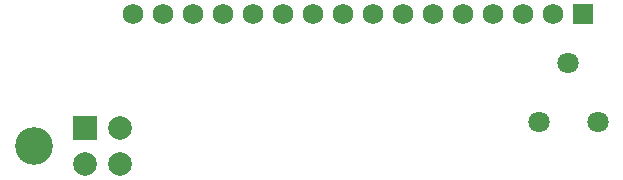
<source format=gbs>
G04 Layer_Color=16711935*
%FSLAX24Y24*%
%MOIN*%
G70*
G01*
G75*
%ADD51C,0.0789*%
%ADD52C,0.1261*%
%ADD53R,0.0789X0.0789*%
%ADD54C,0.0710*%
%ADD55C,0.0680*%
%ADD56R,0.0680X0.0680*%
D51*
X40541Y30955D02*
D03*
Y29774D02*
D03*
X39360D02*
D03*
D52*
X37659Y30364D02*
D03*
D53*
X39360Y30955D02*
D03*
D54*
X54488Y31161D02*
D03*
X56457D02*
D03*
X55472Y33130D02*
D03*
D55*
X40974Y34754D02*
D03*
X43974D02*
D03*
X46974D02*
D03*
X49974D02*
D03*
X52974D02*
D03*
X41974D02*
D03*
X42974D02*
D03*
X44974D02*
D03*
X45974D02*
D03*
X47974D02*
D03*
X48974D02*
D03*
X50974D02*
D03*
X51974D02*
D03*
X53974D02*
D03*
X54974D02*
D03*
D56*
X55974D02*
D03*
M02*

</source>
